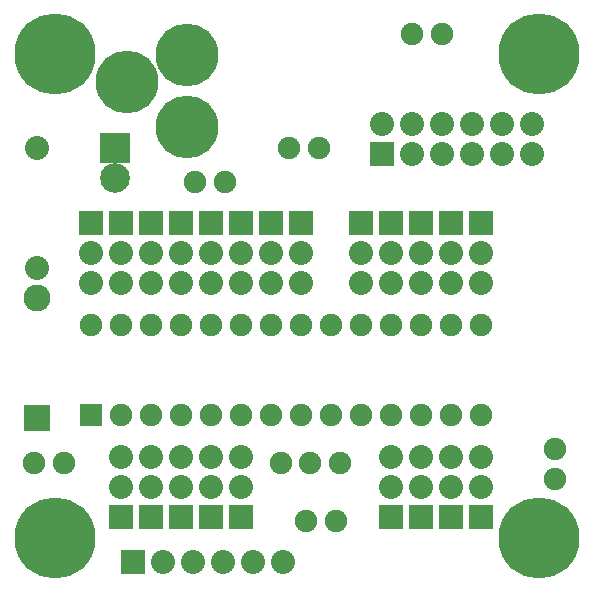
<source format=gbs>
G04 (created by PCBNEW (2013-04-19 BZR 4011)-stable) date 19/08/2014 16:01:40*
%MOIN*%
G04 Gerber Fmt 3.4, Leading zero omitted, Abs format*
%FSLAX34Y34*%
G01*
G70*
G90*
G04 APERTURE LIST*
%ADD10C,0*%
%ADD11C,0.27*%
%ADD12C,0.075*%
%ADD13R,0.075X0.075*%
%ADD14R,0.0987X0.0987*%
%ADD15C,0.0987*%
%ADD16R,0.08X0.08*%
%ADD17C,0.08*%
%ADD18C,0.09*%
%ADD19R,0.09X0.09*%
%ADD20C,0.209*%
G04 APERTURE END LIST*
G54D10*
G54D11*
X23228Y-17322D03*
X39370Y-17322D03*
X39370Y-33464D03*
G54D12*
X35153Y-16648D03*
X36153Y-16648D03*
X32053Y-20448D03*
X31053Y-20448D03*
X23553Y-30948D03*
X22553Y-30948D03*
X28900Y-21600D03*
X27900Y-21600D03*
X25453Y-29348D03*
X26453Y-29348D03*
X27453Y-29348D03*
X28453Y-29348D03*
X29453Y-29348D03*
X30453Y-29348D03*
X31453Y-29348D03*
X32453Y-29348D03*
X33453Y-29348D03*
X34453Y-29348D03*
X35453Y-29348D03*
X36453Y-29348D03*
X37453Y-29348D03*
G54D13*
X24453Y-29348D03*
G54D12*
X37453Y-26348D03*
X36453Y-26348D03*
X35453Y-26348D03*
X34453Y-26348D03*
X33453Y-26348D03*
X32453Y-26348D03*
X31453Y-26348D03*
X30453Y-26348D03*
X29453Y-26348D03*
X28453Y-26348D03*
X27453Y-26348D03*
X26453Y-26348D03*
X25453Y-26348D03*
X24453Y-26348D03*
G54D14*
X25253Y-20448D03*
G54D15*
X25253Y-21448D03*
G54D16*
X25846Y-34251D03*
G54D17*
X26846Y-34251D03*
X27846Y-34251D03*
X28846Y-34251D03*
X29846Y-34251D03*
X30846Y-34251D03*
G54D16*
X29453Y-32748D03*
G54D17*
X29453Y-31748D03*
X29453Y-30748D03*
G54D16*
X33453Y-22948D03*
G54D17*
X33453Y-23948D03*
X33453Y-24948D03*
G54D16*
X34453Y-22948D03*
G54D17*
X34453Y-23948D03*
X34453Y-24948D03*
G54D16*
X35453Y-22948D03*
G54D17*
X35453Y-23948D03*
X35453Y-24948D03*
G54D16*
X36453Y-22948D03*
G54D17*
X36453Y-23948D03*
X36453Y-24948D03*
G54D16*
X37453Y-22948D03*
G54D17*
X37453Y-23948D03*
X37453Y-24948D03*
G54D16*
X37453Y-32748D03*
G54D17*
X37453Y-31748D03*
X37453Y-30748D03*
G54D16*
X36453Y-32748D03*
G54D17*
X36453Y-31748D03*
X36453Y-30748D03*
G54D16*
X35453Y-32748D03*
G54D17*
X35453Y-31748D03*
X35453Y-30748D03*
G54D16*
X34453Y-32748D03*
G54D17*
X34453Y-31748D03*
X34453Y-30748D03*
G54D16*
X29453Y-22948D03*
G54D17*
X29453Y-23948D03*
X29453Y-24948D03*
G54D16*
X28453Y-32748D03*
G54D17*
X28453Y-31748D03*
X28453Y-30748D03*
G54D16*
X27453Y-32748D03*
G54D17*
X27453Y-31748D03*
X27453Y-30748D03*
G54D16*
X26453Y-32748D03*
G54D17*
X26453Y-31748D03*
X26453Y-30748D03*
G54D16*
X25453Y-32748D03*
G54D17*
X25453Y-31748D03*
X25453Y-30748D03*
G54D16*
X24453Y-22948D03*
G54D17*
X24453Y-23948D03*
X24453Y-24948D03*
G54D16*
X25453Y-22948D03*
G54D17*
X25453Y-23948D03*
X25453Y-24948D03*
G54D16*
X26453Y-22948D03*
G54D17*
X26453Y-23948D03*
X26453Y-24948D03*
G54D16*
X27453Y-22948D03*
G54D17*
X27453Y-23948D03*
X27453Y-24948D03*
G54D16*
X28453Y-22948D03*
G54D17*
X28453Y-23948D03*
X28453Y-24948D03*
G54D18*
X22653Y-25448D03*
G54D19*
X22653Y-29448D03*
G54D17*
X22653Y-20448D03*
X22653Y-24448D03*
G54D16*
X30453Y-22948D03*
G54D17*
X30453Y-23948D03*
X30453Y-24948D03*
G54D16*
X31453Y-22948D03*
G54D17*
X31453Y-23948D03*
X31453Y-24948D03*
G54D11*
X23228Y-33464D03*
G54D12*
X32737Y-30948D03*
X30769Y-30948D03*
X31753Y-30948D03*
G54D16*
X34153Y-20648D03*
G54D17*
X34153Y-19648D03*
X35153Y-20648D03*
X35153Y-19648D03*
X36153Y-20648D03*
X36153Y-19648D03*
X37153Y-20648D03*
X37153Y-19648D03*
X38153Y-20648D03*
X38153Y-19648D03*
X39153Y-20648D03*
X39153Y-19648D03*
G54D20*
X27650Y-17350D03*
X27650Y-19750D03*
X25650Y-18250D03*
G54D12*
X31600Y-32900D03*
X32600Y-32900D03*
X39900Y-30500D03*
X39900Y-31500D03*
M02*

</source>
